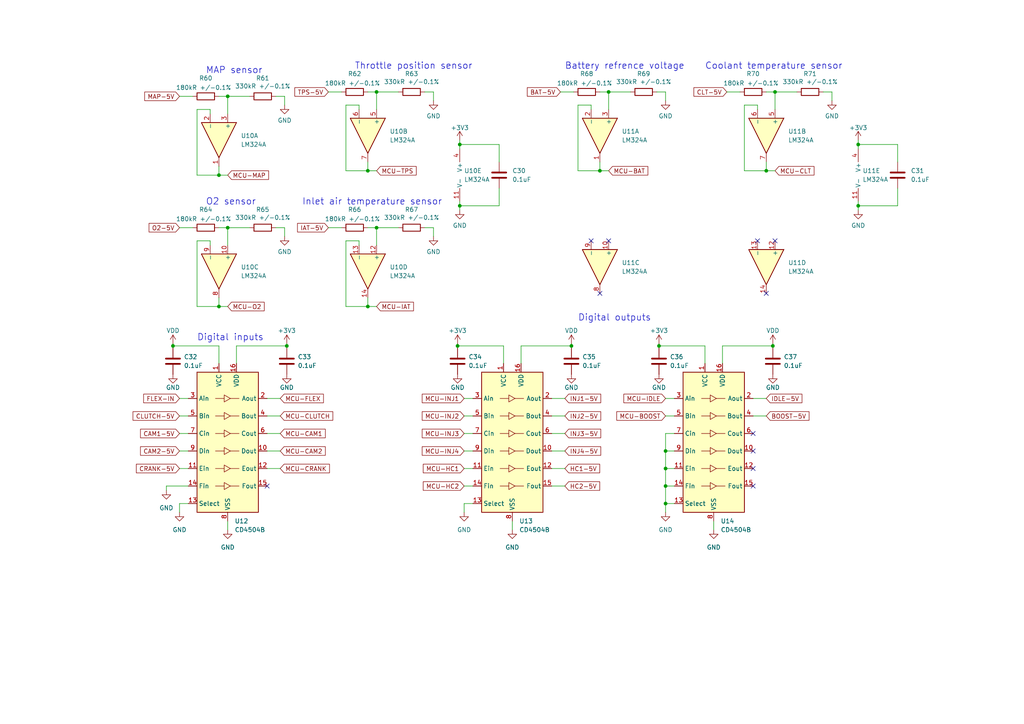
<source format=kicad_sch>
(kicad_sch (version 20211123) (generator eeschema)
  (paper "A4")
  (title_block (title "Speeduino board for Teensy 4.1") (date "2022-12-31") (rev "5") (company "Fontys Eindhoven EXPO group 13 || Speeduino") (comment 1 "Adapted from Speeduino V0.4.4c board"))
  (lib_symbols
    (symbol "4xxx:4504"
      (property "Reference" "U" (at -7.62 21.59 0))
      (property "Value" "4504" (at 6.35 21.59 0))
      (symbol "4504_0_1"
        (polyline (pts (xy -3.556 -12.7) (xy -1.016 -12.7)))
        (polyline (pts (xy -3.556 -7.62) (xy -1.016 -7.62)))
        (polyline (pts (xy -3.556 -2.54) (xy -1.016 -2.54)))
        (polyline (pts (xy -3.556 2.54) (xy -1.016 2.54)))
        (polyline (pts (xy -3.556 7.62) (xy -1.016 7.62)))
        (polyline (pts (xy -3.556 12.7) (xy -1.016 12.7)))
        (polyline (pts (xy 0.762 -12.7) (xy 3.302 -12.7)))
        (polyline (pts (xy 0.762 -7.62) (xy 3.302 -7.62)))
        (polyline (pts (xy 0.762 -2.54) (xy 3.302 -2.54)))
        (polyline (pts (xy 0.762 2.54) (xy 3.302 2.54)))
        (polyline (pts (xy 0.762 7.62) (xy 3.302 7.62)))
        (polyline (pts (xy 0.762 12.7) (xy 3.302 12.7)))
      )
      (symbol "4504_1_1"
        (rectangle (start -8.89 20.32) (end 8.89 -20.32) (stroke (width 0.254)) (fill (type background)))
        (polyline (pts (xy 0.762 -12.7) (xy -1.016 -13.716) (xy -1.016 -11.684) (xy 0.762 -12.7)))
        (polyline (pts (xy 0.762 -7.62) (xy -1.016 -8.636) (xy -1.016 -6.604) (xy 0.762 -7.62)))
        (polyline (pts (xy 0.762 -2.54) (xy -1.016 -3.556) (xy -1.016 -1.524) (xy 0.762 -2.54)))
        (polyline (pts (xy 0.762 2.54) (xy -1.016 1.524) (xy -1.016 3.556) (xy 0.762 2.54)))
        (polyline (pts (xy 0.762 7.62) (xy -1.016 6.604) (xy -1.016 8.636) (xy 0.762 7.62)))
        (polyline (pts (xy 0.762 12.7) (xy -1.016 11.684) (xy -1.016 13.716) (xy 0.762 12.7)))
        (pin power_in line (at -2.54 22.86 270) (length 2.54) (name "VCC") (number "1"))
        (pin output line (at 11.43 -2.54 180) (length 2.54) (name "Dout") (number "10"))
        (pin input line (at -11.43 -7.62 0) (length 2.54) (name "Ein") (number "11"))
        (pin output line (at 11.43 -7.62 180) (length 2.54) (name "Eout") (number "12"))
        (pin input line (at -11.43 -17.78 0) (length 2.54) (name "Select") (number "13"))
        (pin input line (at -11.43 -12.7 0) (length 2.54) (name "Fin") (number "14"))
        (pin output line (at 11.43 -12.7 180) (length 2.54) (name "Fout") (number "15"))
        (pin power_in line (at 2.54 22.86 270) (length 2.54) (name "VDD") (number "16"))
        (pin output line (at 11.43 12.7 180) (length 2.54) (name "Aout") (number "2"))
        (pin input line (at -11.43 12.7 0) (length 2.54) (name "Ain") (number "3"))
        (pin output line (at 11.43 7.62 180) (length 2.54) (name "Bout") (number "4"))
        (pin input line (at -11.43 7.62 0) (length 2.54) (name "Bin") (number "5"))
        (pin output line (at 11.43 2.54 180) (length 2.54) (name "Cout") (number "6"))
        (pin input line (at -11.43 2.54 0) (length 2.54) (name "Cin") (number "7"))
        (pin power_in line (at 0 -22.86 90) (length 2.54) (name "VSS") (number "8"))
        (pin input line (at -11.43 -2.54 0) (length 2.54) (name "Din") (number "9"))
      )
    )
    (symbol "Amplifier_Operational:LMV324" (pin_names (offset 0.127))
      (property "Reference" "U" (at 0 5.08 0))
      (property "Value" "LMV324" (at 0 -5.08 0))
      (symbol "LMV324_1_1"
        (polyline (pts (xy -5.08 5.08) (xy 5.08 0) (xy -5.08 -5.08) (xy -5.08 5.08)) (stroke (width 0.254)) (fill (type background)))
        (pin output line (at 7.62 0 180) (length 2.54) (name "~") (number "1"))
        (pin input line (at -7.62 -2.54 0) (length 2.54) (name "-") (number "2"))
        (pin input line (at -7.62 2.54 0) (length 2.54) (name "+") (number "3"))
      )
      (symbol "LMV324_2_1"
        (polyline (pts (xy -5.08 5.08) (xy 5.08 0) (xy -5.08 -5.08) (xy -5.08 5.08)) (stroke (width 0.254)) (fill (type background)))
        (pin input line (at -7.62 2.54 0) (length 2.54) (name "+") (number "5"))
        (pin input line (at -7.62 -2.54 0) (length 2.54) (name "-") (number "6"))
        (pin output line (at 7.62 0 180) (length 2.54) (name "~") (number "7"))
      )
      (symbol "LMV324_3_1"
        (polyline (pts (xy -5.08 5.08) (xy 5.08 0) (xy -5.08 -5.08) (xy -5.08 5.08)) (stroke (width 0.254)) (fill (type background)))
        (pin input line (at -7.62 2.54 0) (length 2.54) (name "+") (number "10"))
        (pin output line (at 7.62 0 180) (length 2.54) (name "~") (number "8"))
        (pin input line (at -7.62 -2.54 0) (length 2.54) (name "-") (number "9"))
      )
      (symbol "LMV324_4_1"
        (polyline (pts (xy -5.08 5.08) (xy 5.08 0) (xy -5.08 -5.08) (xy -5.08 5.08)) (stroke (width 0.254)) (fill (type background)))
        (pin input line (at -7.62 2.54 0) (length 2.54) (name "+") (number "12"))
        (pin input line (at -7.62 -2.54 0) (length 2.54) (name "-") (number "13"))
        (pin output line (at 7.62 0 180) (length 2.54) (name "~") (number "14"))
      )
      (symbol "LMV324_5_1"
        (pin power_in line (at -2.54 -7.62 90) (length 3.81) (name "V-") (number "11"))
        (pin power_in line (at -2.54 7.62 270) (length 3.81) (name "V+") (number "4"))
      )
    )
    (symbol "Device:C" (pin_numbers hide) (pin_names (offset 0.254))
      (property "Reference" "C" (at 0.635 2.54 0))
      (property "Value" "C" (at 0.635 -2.54 0))
      (symbol "C_0_1"
        (polyline (pts (xy -2.032 -0.762) (xy 2.032 -0.762)) (stroke (width 0.508)))
        (polyline (pts (xy -2.032 0.762) (xy 2.032 0.762)) (stroke (width 0.508)))
      )
      (symbol "C_1_1"
        (pin passive line (at 0 3.81 270) (length 2.794) (name "~") (number "1"))
        (pin passive line (at 0 -3.81 90) (length 2.794) (name "~") (number "2"))
      )
    )
    (symbol "Device:R" (pin_numbers hide) (pin_names (offset 0))
      (property "Reference" "R" (at 2.032 0 90))
      (property "Value" "R" (at 0 0 90))
      (symbol "R_0_1"
        (rectangle (start -1.016 -2.54) (end 1.016 2.54) (stroke (width 0.254)))
      )
      (symbol "R_1_1"
        (pin passive line (at 0 3.81 270) (length 1.27) (name "~") (number "1"))
        (pin passive line (at 0 -3.81 90) (length 1.27) (name "~") (number "2"))
      )
    )
    (symbol "power:+3V3" (power) (pin_names (offset 0))
      (property "Value" "+3V3" (at 0 3.556 0))
      (symbol "+3V3_0_1"
        (polyline (pts (xy -0.762 1.27) (xy 0 2.54)))
        (polyline (pts (xy 0 0) (xy 0 2.54)))
        (polyline (pts (xy 0 2.54) (xy 0.762 1.27)))
      )
      (symbol "+3V3_1_1"
        (pin power_in line (at 0 0 90) (length 0) hide (name "+3V3") (number "1"))
      )
    )
    (symbol "power:GND" (power) (pin_names (offset 0))
      (property "Value" "GND" (at 0 -3.81 0))
      (symbol "GND_0_1"
        (polyline (pts (xy 0 0) (xy 0 -1.27) (xy 1.27 -1.27) (xy 0 -2.54) (xy -1.27 -1.27) (xy 0 -1.27)))
      )
      (symbol "GND_1_1"
        (pin power_in line (at 0 0 270) (length 0) hide (name "GND") (number "1"))
      )
    )
    (symbol "power:VDD" (power) (pin_names (offset 0))
      (property "Value" "VDD" (at 0 3.81 0))
      (symbol "VDD_0_1"
        (polyline (pts (xy -0.762 1.27) (xy 0 2.54)))
        (polyline (pts (xy 0 0) (xy 0 2.54)))
        (polyline (pts (xy 0 2.54) (xy 0.762 1.27)))
      )
      (symbol "VDD_1_1"
        (pin power_in line (at 0 0 90) (length 0) hide (name "VDD") (number "1"))
      )
    )
  )
  (junction (at 63.5 88.9))
  (junction (at 224.155 100.33))
  (junction (at 224.79 26.67))
  (junction (at 173.99 49.53))
  (junction (at 248.92 41.91))
  (junction (at 191.135 100.33))
  (junction (at 248.92 59.69))
  (junction (at 133.35 41.91))
  (junction (at 133.35 59.69))
  (junction (at 222.25 49.53))
  (junction (at 176.53 26.67))
  (junction (at 50.165 100.33))
  (junction (at 66.04 27.94))
  (junction (at 66.04 66.04))
  (junction (at 193.04 146.05))
  (junction (at 193.04 130.81))
  (junction (at 193.04 135.89))
  (junction (at 109.22 66.04))
  (junction (at 83.185 100.33))
  (junction (at 63.5 50.8))
  (junction (at 109.22 26.67))
  (junction (at 106.68 88.9))
  (junction (at 106.68 49.53))
  (junction (at 165.735 100.33))
  (junction (at 193.04 140.97))
  (junction (at 132.715 100.33))
  (no_connect (at 173.99 85.09))
  (no_connect (at 77.47 140.97))
  (no_connect (at 218.44 135.89))
  (no_connect (at 171.45 69.85))
  (no_connect (at 218.44 140.97))
  (no_connect (at 224.79 69.85))
  (no_connect (at 219.71 69.85))
  (no_connect (at 176.53 69.85))
  (no_connect (at 222.25 85.09))
  (no_connect (at 218.44 130.81))
  (no_connect (at 218.44 125.73))
  (wire (pts (xy 134.62 135.89) (xy 137.16 135.89)))
  (wire (pts (xy 222.25 26.67) (xy 224.79 26.67)))
  (wire (pts (xy 132.715 99.695) (xy 132.715 100.33)))
  (wire (pts (xy 63.5 100.33) (xy 63.5 105.41)))
  (wire (pts (xy 63.5 48.26) (xy 63.5 50.8)))
  (wire (pts (xy 248.92 41.91) (xy 248.92 40.64)))
  (wire (pts (xy 190.5 26.67) (xy 193.04 26.67)))
  (wire (pts (xy 162.56 26.67) (xy 166.37 26.67)))
  (wire (pts (xy 82.55 30.48) (xy 82.55 27.94)))
  (wire (pts (xy 193.04 125.73) (xy 193.04 130.81)))
  (wire (pts (xy 210.82 26.67) (xy 214.63 26.67)))
  (wire (pts (xy 77.47 135.89) (xy 81.28 135.89)))
  (wire (pts (xy 260.35 59.69) (xy 260.35 54.61)))
  (wire (pts (xy 95.25 66.04) (xy 99.06 66.04)))
  (wire (pts (xy 173.99 49.53) (xy 176.53 49.53)))
  (wire (pts (xy 82.55 68.58) (xy 82.55 66.04)))
  (wire (pts (xy 66.04 151.13) (xy 66.04 153.67)))
  (wire (pts (xy 57.15 50.8) (xy 63.5 50.8)))
  (wire (pts (xy 248.92 41.91) (xy 248.92 43.18)))
  (wire (pts (xy 193.04 120.65) (xy 195.58 120.65)))
  (wire (pts (xy 109.22 66.04) (xy 115.57 66.04)))
  (wire (pts (xy 218.44 120.65) (xy 222.25 120.65)))
  (wire (pts (xy 60.96 71.12) (xy 60.96 69.85)))
  (wire (pts (xy 66.04 66.04) (xy 66.04 71.12)))
  (wire (pts (xy 80.01 27.94) (xy 82.55 27.94)))
  (wire (pts (xy 60.96 31.75) (xy 57.15 31.75)))
  (wire (pts (xy 134.62 130.81) (xy 137.16 130.81)))
  (wire (pts (xy 134.62 146.05) (xy 134.62 148.59)))
  (wire (pts (xy 151.13 100.33) (xy 165.735 100.33)))
  (wire (pts (xy 238.76 26.67) (xy 241.3 26.67)))
  (wire (pts (xy 134.62 115.57) (xy 137.16 115.57)))
  (wire (pts (xy 209.55 100.33) (xy 209.55 105.41)))
  (wire (pts (xy 66.04 66.04) (xy 72.39 66.04)))
  (wire (pts (xy 193.04 29.21) (xy 193.04 26.67)))
  (wire (pts (xy 63.5 100.33) (xy 50.165 100.33)))
  (wire (pts (xy 63.5 50.8) (xy 66.04 50.8)))
  (wire (pts (xy 248.92 59.69) (xy 248.92 60.96)))
  (wire (pts (xy 193.04 146.05) (xy 193.04 148.59)))
  (wire (pts (xy 133.35 41.91) (xy 144.78 41.91)))
  (wire (pts (xy 123.19 66.04) (xy 125.73 66.04)))
  (wire (pts (xy 241.3 29.21) (xy 241.3 26.67)))
  (wire (pts (xy 146.05 100.33) (xy 132.715 100.33)))
  (wire (pts (xy 204.47 105.41) (xy 204.47 100.33)))
  (wire (pts (xy 191.135 100.33) (xy 191.135 100.965)))
  (wire (pts (xy 106.68 86.36) (xy 106.68 88.9)))
  (wire (pts (xy 176.53 26.67) (xy 182.88 26.67)))
  (wire (pts (xy 77.47 120.65) (xy 81.28 120.65)))
  (wire (pts (xy 195.58 140.97) (xy 193.04 140.97)))
  (wire (pts (xy 125.73 29.21) (xy 125.73 26.67)))
  (wire (pts (xy 109.22 26.67) (xy 115.57 26.67)))
  (wire (pts (xy 52.07 66.04) (xy 55.88 66.04)))
  (wire (pts (xy 106.68 26.67) (xy 109.22 26.67)))
  (wire (pts (xy 133.35 41.91) (xy 133.35 43.18)))
  (wire (pts (xy 50.165 99.695) (xy 50.165 100.33)))
  (wire (pts (xy 133.35 59.69) (xy 144.78 59.69)))
  (wire (pts (xy 83.185 100.33) (xy 83.185 100.965)))
  (wire (pts (xy 134.62 125.73) (xy 137.16 125.73)))
  (wire (pts (xy 160.02 125.73) (xy 163.83 125.73)))
  (wire (pts (xy 123.19 26.67) (xy 125.73 26.67)))
  (wire (pts (xy 193.04 130.81) (xy 193.04 135.89)))
  (wire (pts (xy 151.13 100.33) (xy 151.13 105.41)))
  (wire (pts (xy 224.155 99.695) (xy 224.155 100.33)))
  (wire (pts (xy 106.68 46.99) (xy 106.68 49.53)))
  (wire (pts (xy 106.68 49.53) (xy 109.22 49.53)))
  (wire (pts (xy 193.04 140.97) (xy 193.04 146.05)))
  (wire (pts (xy 260.35 46.99) (xy 260.35 41.91)))
  (wire (pts (xy 224.79 26.67) (xy 224.79 31.75)))
  (wire (pts (xy 191.135 99.695) (xy 191.135 100.33)))
  (wire (pts (xy 125.73 68.58) (xy 125.73 66.04)))
  (wire (pts (xy 219.71 30.48) (xy 215.9 30.48)))
  (wire (pts (xy 68.58 100.33) (xy 83.185 100.33)))
  (wire (pts (xy 167.64 49.53) (xy 173.99 49.53)))
  (wire (pts (xy 160.02 140.97) (xy 163.83 140.97)))
  (wire (pts (xy 148.59 151.13) (xy 148.59 153.67)))
  (wire (pts (xy 106.68 88.9) (xy 109.22 88.9)))
  (wire (pts (xy 132.715 100.33) (xy 132.715 100.965)))
  (wire (pts (xy 60.96 69.85) (xy 57.15 69.85)))
  (wire (pts (xy 195.58 125.73) (xy 193.04 125.73)))
  (wire (pts (xy 193.04 130.81) (xy 195.58 130.81)))
  (wire (pts (xy 209.55 100.33) (xy 224.155 100.33)))
  (wire (pts (xy 109.22 26.67) (xy 109.22 31.75)))
  (wire (pts (xy 165.735 99.695) (xy 165.735 100.33)))
  (wire (pts (xy 133.35 41.91) (xy 133.35 40.64)))
  (wire (pts (xy 176.53 26.67) (xy 176.53 31.75)))
  (wire (pts (xy 60.96 33.02) (xy 60.96 31.75)))
  (wire (pts (xy 100.33 69.85) (xy 100.33 88.9)))
  (wire (pts (xy 109.22 66.04) (xy 109.22 71.12)))
  (wire (pts (xy 104.14 69.85) (xy 100.33 69.85)))
  (wire (pts (xy 95.25 26.67) (xy 99.06 26.67)))
  (wire (pts (xy 222.25 46.99) (xy 222.25 49.53)))
  (wire (pts (xy 52.07 135.89) (xy 54.61 135.89)))
  (wire (pts (xy 100.33 49.53) (xy 106.68 49.53)))
  (wire (pts (xy 167.64 30.48) (xy 167.64 49.53)))
  (wire (pts (xy 171.45 30.48) (xy 167.64 30.48)))
  (wire (pts (xy 54.61 146.05) (xy 52.07 146.05)))
  (wire (pts (xy 52.07 27.94) (xy 55.88 27.94)))
  (wire (pts (xy 134.62 140.97) (xy 137.16 140.97)))
  (wire (pts (xy 100.33 30.48) (xy 100.33 49.53)))
  (wire (pts (xy 215.9 49.53) (xy 222.25 49.53)))
  (wire (pts (xy 160.02 130.81) (xy 163.83 130.81)))
  (wire (pts (xy 133.35 59.69) (xy 133.35 60.96)))
  (wire (pts (xy 224.79 26.67) (xy 231.14 26.67)))
  (wire (pts (xy 63.5 27.94) (xy 66.04 27.94)))
  (wire (pts (xy 160.02 135.89) (xy 163.83 135.89)))
  (wire (pts (xy 133.35 58.42) (xy 133.35 59.69)))
  (wire (pts (xy 215.9 30.48) (xy 215.9 49.53)))
  (wire (pts (xy 52.07 115.57) (xy 54.61 115.57)))
  (wire (pts (xy 173.99 26.67) (xy 176.53 26.67)))
  (wire (pts (xy 171.45 31.75) (xy 171.45 30.48)))
  (wire (pts (xy 54.61 140.97) (xy 48.26 140.97)))
  (wire (pts (xy 77.47 115.57) (xy 81.28 115.57)))
  (wire (pts (xy 80.01 66.04) (xy 82.55 66.04)))
  (wire (pts (xy 104.14 31.75) (xy 104.14 30.48)))
  (wire (pts (xy 137.16 146.05) (xy 134.62 146.05)))
  (wire (pts (xy 222.25 49.53) (xy 224.79 49.53)))
  (wire (pts (xy 160.02 120.65) (xy 163.83 120.65)))
  (wire (pts (xy 83.185 99.695) (xy 83.185 100.33)))
  (wire (pts (xy 207.01 151.13) (xy 207.01 153.67)))
  (wire (pts (xy 195.58 146.05) (xy 193.04 146.05)))
  (wire (pts (xy 191.135 100.33) (xy 204.47 100.33)))
  (wire (pts (xy 248.92 59.69) (xy 260.35 59.69)))
  (wire (pts (xy 173.99 46.99) (xy 173.99 49.53)))
  (wire (pts (xy 160.02 115.57) (xy 163.83 115.57)))
  (wire (pts (xy 134.62 120.65) (xy 137.16 120.65)))
  (wire (pts (xy 104.14 71.12) (xy 104.14 69.85)))
  (wire (pts (xy 52.07 146.05) (xy 52.07 148.59)))
  (wire (pts (xy 57.15 69.85) (xy 57.15 88.9)))
  (wire (pts (xy 52.07 125.73) (xy 54.61 125.73)))
  (wire (pts (xy 146.05 100.33) (xy 146.05 105.41)))
  (wire (pts (xy 193.04 115.57) (xy 195.58 115.57)))
  (wire (pts (xy 219.71 31.75) (xy 219.71 30.48)))
  (wire (pts (xy 66.04 27.94) (xy 72.39 27.94)))
  (wire (pts (xy 57.15 31.75) (xy 57.15 50.8)))
  (wire (pts (xy 106.68 66.04) (xy 109.22 66.04)))
  (wire (pts (xy 48.26 140.97) (xy 48.26 142.24)))
  (wire (pts (xy 52.07 130.81) (xy 54.61 130.81)))
  (wire (pts (xy 63.5 86.36) (xy 63.5 88.9)))
  (wire (pts (xy 77.47 130.81) (xy 81.28 130.81)))
  (wire (pts (xy 68.58 105.41) (xy 68.58 100.33)))
  (wire (pts (xy 100.33 88.9) (xy 106.68 88.9)))
  (wire (pts (xy 63.5 66.04) (xy 66.04 66.04)))
  (wire (pts (xy 248.92 41.91) (xy 260.35 41.91)))
  (wire (pts (xy 193.04 135.89) (xy 193.04 140.97)))
  (wire (pts (xy 193.04 135.89) (xy 195.58 135.89)))
  (wire (pts (xy 165.735 100.33) (xy 165.735 100.965)))
  (wire (pts (xy 144.78 46.99) (xy 144.78 41.91)))
  (wire (pts (xy 66.04 27.94) (xy 66.04 33.02)))
  (wire (pts (xy 224.155 100.33) (xy 224.155 100.965)))
  (wire (pts (xy 248.92 58.42) (xy 248.92 59.69)))
  (wire (pts (xy 144.78 59.69) (xy 144.78 54.61)))
  (wire (pts (xy 77.47 125.73) (xy 81.28 125.73)))
  (wire (pts (xy 218.44 115.57) (xy 222.25 115.57)))
  (wire (pts (xy 104.14 30.48) (xy 100.33 30.48)))
  (wire (pts (xy 50.165 100.33) (xy 50.165 100.965)))
  (wire (pts (xy 52.07 120.65) (xy 54.61 120.65)))
  (wire (pts (xy 57.15 88.9) (xy 63.5 88.9)))
  (wire (pts (xy 63.5 88.9) (xy 66.04 88.9)))
  (text "Digital outputs" (at 167.64 93.345 0) (effects (font (size 1.8796 1.8796)) (justify left bottom)))
  (text "Digital inputs" (at 57.15 99.06 0) (effects (font (size 1.8796 1.8796)) (justify left bottom)))
  (text "Inlet air temperature sensor" (at 87.63 59.69 0) (effects (font (size 1.8796 1.8796)) (justify left bottom)))
  (text "MAP sensor" (at 59.69 21.59 0) (effects (font (size 1.8796 1.8796)) (justify left bottom)))
  (text "Battery refrence voltage" (at 163.83 20.32 0) (effects (font (size 1.8796 1.8796)) (justify left bottom)))
  (text "Coolant temperature sensor" (at 204.47 20.32 0) (effects (font (size 1.8796 1.8796)) (justify left bottom)))
  (text "Throttle position sensor" (at 102.87 20.32 0) (effects (font (size 1.8796 1.8796)) (justify left bottom)))
  (text "O2 sensor" (at 59.69 59.69 0) (effects (font (size 1.8796 1.8796)) (justify left bottom)))
  (global_label "IDLE-5V" (shape input) (at 222.25 115.57 0) (property "Intersheet References" "${INTERSHEET_REFS}" (effects hide)))
  (global_label "MCU-INJ3" (shape input) (at 134.62 125.73 180) (property "Intersheet References" "${INTERSHEET_REFS}" (effects hide)))
  (global_label "MCU-CRANK" (shape input) (at 81.28 135.89 0) (property "Intersheet References" "${INTERSHEET_REFS}" (effects hide)))
  (global_label "INJ2-5V" (shape input) (at 163.83 120.65 0) (property "Intersheet References" "${INTERSHEET_REFS}" (effects hide)))
  (global_label "IAT-5V" (shape input) (at 95.25 66.04 180) (property "Intersheet References" "${INTERSHEET_REFS}" (effects hide)))
  (global_label "MCU-FLEX" (shape input) (at 81.28 115.57 0) (property "Intersheet References" "${INTERSHEET_REFS}" (effects hide)))
  (global_label "BAT-5V" (shape input) (at 162.56 26.67 180) (property "Intersheet References" "${INTERSHEET_REFS}" (effects hide)))
  (global_label "HC2-5V" (shape input) (at 163.83 140.97 0) (property "Intersheet References" "${INTERSHEET_REFS}" (effects hide)))
  (global_label "CLUTCH-5V" (shape input) (at 52.07 120.65 180) (property "Intersheet References" "${INTERSHEET_REFS}" (effects hide)))
  (global_label "MCU-IDLE" (shape input) (at 193.04 115.57 180) (property "Intersheet References" "${INTERSHEET_REFS}" (effects hide)))
  (global_label "HC1-5V" (shape input) (at 163.83 135.89 0) (property "Intersheet References" "${INTERSHEET_REFS}" (effects hide)))
  (global_label "MCU-BAT" (shape input) (at 176.53 49.53 0) (property "Intersheet References" "${INTERSHEET_REFS}" (effects hide)))
  (global_label "CAM2-5V" (shape input) (at 52.07 130.81 180) (property "Intersheet References" "${INTERSHEET_REFS}" (effects hide)))
  (global_label "INJ4-5V" (shape input) (at 163.83 130.81 0) (property "Intersheet References" "${INTERSHEET_REFS}" (effects hide)))
  (global_label "MCU-MAP" (shape input) (at 66.04 50.8 0) (property "Intersheet References" "${INTERSHEET_REFS}" (effects hide)))
  (global_label "MCU-CLT" (shape input) (at 224.79 49.53 0) (property "Intersheet References" "${INTERSHEET_REFS}" (effects hide)))
  (global_label "MCU-INJ4" (shape input) (at 134.62 130.81 180) (property "Intersheet References" "${INTERSHEET_REFS}" (effects hide)))
  (global_label "MCU-INJ2" (shape input) (at 134.62 120.65 180) (property "Intersheet References" "${INTERSHEET_REFS}" (effects hide)))
  (global_label "MCU-CLUTCH" (shape input) (at 81.28 120.65 0) (property "Intersheet References" "${INTERSHEET_REFS}" (effects hide)))
  (global_label "MCU-O2" (shape input) (at 66.04 88.9 0) (property "Intersheet References" "${INTERSHEET_REFS}" (effects hide)))
  (global_label "MCU-IAT" (shape input) (at 109.22 88.9 0) (property "Intersheet References" "${INTERSHEET_REFS}" (effects hide)))
  (global_label "FLEX-IN" (shape input) (at 52.07 115.57 180) (property "Intersheet References" "${INTERSHEET_REFS}" (effects hide)))
  (global_label "CRANK-5V" (shape input) (at 52.07 135.89 180) (property "Intersheet References" "${INTERSHEET_REFS}" (effects hide)))
  (global_label "INJ1-5V" (shape input) (at 163.83 115.57 0) (property "Intersheet References" "${INTERSHEET_REFS}" (effects hide)))
  (global_label "TPS-5V" (shape input) (at 95.25 26.67 180) (property "Intersheet References" "${INTERSHEET_REFS}" (effects hide)))
  (global_label "O2-5V" (shape input) (at 52.07 66.04 180) (property "Intersheet References" "${INTERSHEET_REFS}" (effects hide)))
  (global_label "MCU-INJ1" (shape input) (at 134.62 115.57 180) (property "Intersheet References" "${INTERSHEET_REFS}" (effects hide)))
  (global_label "MCU-HC1" (shape input) (at 134.62 135.89 180) (property "Intersheet References" "${INTERSHEET_REFS}" (effects hide)))
  (global_label "MCU-CAM1" (shape input) (at 81.28 125.73 0) (property "Intersheet References" "${INTERSHEET_REFS}" (effects hide)))
  (global_label "CAM1-5V" (shape input) (at 52.07 125.73 180) (property "Intersheet References" "${INTERSHEET_REFS}" (effects hide)))
  (global_label "CLT-5V" (shape input) (at 210.82 26.67 180) (property "Intersheet References" "${INTERSHEET_REFS}" (effects hide)))
  (global_label "MCU-CAM2" (shape input) (at 81.28 130.81 0) (property "Intersheet References" "${INTERSHEET_REFS}" (effects hide)))
  (global_label "MCU-HC2" (shape input) (at 134.62 140.97 180) (property "Intersheet References" "${INTERSHEET_REFS}" (effects hide)))
  (global_label "BOOST-5V" (shape input) (at 222.25 120.65 0) (property "Intersheet References" "${INTERSHEET_REFS}" (effects hide)))
  (global_label "MCU-BOOST" (shape input) (at 193.04 120.65 180) (property "Intersheet References" "${INTERSHEET_REFS}" (effects hide)))
  (global_label "MCU-TPS" (shape input) (at 109.22 49.53 0) (property "Intersheet References" "${INTERSHEET_REFS}" (effects hide)))
  (global_label "MAP-5V" (shape input) (at 52.07 27.94 180) (property "Intersheet References" "${INTERSHEET_REFS}" (effects hide)))
  (global_label "INJ3-5V" (shape input) (at 163.83 125.73 0) (property "Intersheet References" "${INTERSHEET_REFS}" (effects hide)))
  (symbol (lib_id "Amplifier_Operational:LMV324") (at 63.5 78.74 270) (unit 3)
    (property "Reference" "U10" (at 69.85 77.4699 90) (effects (justify left)))
    (property "Value" "LM324A" (at 69.85 80.0099 90) (effects (justify left)))
    (property "Footprint" "Package_SO:SOIC-14_3.9x8.7mm_P1.27mm" (effects hide))
    (property "Datasheet" "http://www.ti.com/lit/ds/symlink/lmv324.pdf" (effects hide))
    (property "Digikey Part Number" "3117046" (effects hide))
    (property "Manufacturer_Name" "Texas Instruments" (effects hide))
    (property "Manufacturer_Part_Number" "LM324ADR" (effects hide))
    (property "URL" "https://nl.farnell.com/texas-instruments/lm324adr/op-amp-quad-low-power-smd-soic14/dp/3117046?st=lm324" (effects hide))
  )
  (symbol (lib_id "4xxx:4504") (at 66.04 128.27 0) (unit 1)
    (property "Reference" "U12" (at 68.0594 151.13 0) (effects (justify left)))
    (property "Value" "CD4504B" (at 68.0594 153.67 0) (effects (justify left)))
    (property "Footprint" "Package_SO:TSSOP-16_4.4x5mm_P0.65mm" (effects hide))
    (property "Datasheet" "http://www.ti.com/lit/ds/symlink/cd4504b.pdf" (effects hide))
    (property "Digikey Part Number" "3006769" (effects hide))
    (property "Manufacturer_Name" "Texas Instruments" (effects hide))
    (property "Manufacturer_Part_Number" "CD4504BPW" (effects hide))
    (property "URL" "https://nl.farnell.com/texas-instruments/cd4504bpw/logic-hex-volt-lvl-shifter-16tssop/dp/3006769?st=cd4504" (effects hide))
  )
  (symbol (lib_id "Device:R") (at 59.69 27.94 270) (unit 1)
    (property "Reference" "R60" (at 59.69 22.6822 90))
    (property "Value" "180kR +/-0.1%" (at 59.055 25.4 90))
    (property "Footprint" "Resistor_SMD:R_0805_2012Metric" (effects hide))
    (property "Manufacturer_Name" "Multicomp" (effects hide))
    (property "Manufacturer_Part_Number" "MCWF08R1803BTL" (effects hide))
    (property "URL" "https://nl.farnell.com/multicomp-pro/mcwf08r1803btl/res-180k-0-1-0-125w-0805-thin/dp/2337663" (effects hide))
    (property "Digikey Part Number" "2337663" (effects hide))
  )
  (symbol (lib_id "power:GND") (at 50.165 108.585 0) (unit 1)
    (property "Reference" "#PWR0228" (effects hide))
    (property "Value" "GND" (at 50.165 112.395 0))
  )
  (symbol (lib_id "power:GND") (at 52.07 148.59 0) (unit 1)
    (property "Reference" "#PWR0230" (effects hide))
    (property "Value" "GND" (at 52.07 153.67 0))
  )
  (symbol (lib_id "Device:C") (at 260.35 50.8 0) (unit 1)
    (property "Reference" "C31" (at 264.16 49.5299 0) (effects (justify left)))
    (property "Value" "0.1uF" (at 264.16 52.0699 0) (effects (justify left)))
    (property "Footprint" "Capacitor_SMD:C_0805_2012Metric" (effects hide))
    (property "Digikey Part Number" "3296136" (effects hide))
    (property "Manufacturer_Name" "Vishay" (effects hide))
    (property "Manufacturer_Part_Number" "VJ0805Y104KXAPW1BC" (effects hide))
    (property "URL" "https://nl.farnell.com/vishay/vj0805y104kxapw1bc/cap-0-1uf-50v-mlcc-0805/dp/3296136" (effects hide))
  )
  (symbol (lib_id "Device:R") (at 119.38 26.67 270) (unit 1)
    (property "Reference" "R63" (at 119.38 21.4122 90))
    (property "Value" "330kR +/-0.1%" (at 119.38 23.7236 90))
    (property "Footprint" "Resistor_SMD:R_0805_2012Metric" (effects hide))
    (property "Manufacturer_Name" "Multicomp" (effects hide))
    (property "Manufacturer_Part_Number" "MCWF08R3303BTL" (effects hide))
    (property "URL" "https://nl.farnell.com/multicomp-pro/mcwf08r3303btl/res-330k-0-1-0-125w-0805-thin/dp/2337789" (effects hide))
    (property "Digikey Part Number" "2337789" (effects hide))
  )
  (symbol (lib_id "power:VDD") (at 224.155 99.695 0) (unit 1)
    (property "Reference" "#PWR0211" (effects hide))
    (property "Value" "VDD" (at 224.155 95.885 0))
  )
  (symbol (lib_id "power:GND") (at 134.62 148.59 0) (unit 1)
    (property "Reference" "#PWR0231" (effects hide))
    (property "Value" "GND" (at 134.62 153.67 0))
  )
  (symbol (lib_id "power:GND") (at 248.92 60.96 0) (unit 1)
    (property "Reference" "#PWR0206" (effects hide))
    (property "Value" "GND" (at 248.92 65.4034 0))
  )
  (symbol (lib_id "Amplifier_Operational:LMV324") (at 222.25 77.47 270) (unit 4)
    (property "Reference" "U11" (at 228.6 76.1999 90) (effects (justify left)))
    (property "Value" "LM324A" (at 228.6 78.7399 90) (effects (justify left)))
    (property "Footprint" "Package_SO:SOIC-14_3.9x8.7mm_P1.27mm" (effects hide))
    (property "Datasheet" "http://www.ti.com/lit/ds/symlink/lmv324.pdf" (effects hide))
    (property "Digikey Part Number" "3117046" (effects hide))
    (property "Manufacturer_Name" "Texas Instruments" (effects hide))
    (property "Manufacturer_Part_Number" "LM324ADR" (effects hide))
    (property "URL" "https://nl.farnell.com/texas-instruments/lm324adr/op-amp-quad-low-power-smd-soic14/dp/3117046?st=lm324" (effects hide))
  )
  (symbol (lib_id "power:GND") (at 193.04 148.59 0) (unit 1)
    (property "Reference" "#PWR0210" (effects hide))
    (property "Value" "GND" (at 193.04 153.67 0))
  )
  (symbol (lib_id "Device:C") (at 83.185 104.775 0) (unit 1)
    (property "Reference" "C33" (at 86.36 103.5049 0) (effects (justify left)))
    (property "Value" "0.1uF" (at 86.36 106.0449 0) (effects (justify left)))
    (property "Footprint" "Capacitor_SMD:C_0805_2012Metric" (effects hide))
    (property "Digikey Part Number" "3296136" (effects hide))
    (property "Manufacturer_Name" "Vishay" (effects hide))
    (property "Manufacturer_Part_Number" "VJ0805Y104KXAPW1BC" (effects hide))
    (property "URL" "https://nl.farnell.com/vishay/vj0805y104kxapw1bc/cap-0-1uf-50v-mlcc-0805/dp/3296136" (effects hide))
  )
  (symbol (lib_id "power:GND") (at 207.01 153.67 0) (unit 1)
    (property "Reference" "#PWR0209" (effects hide))
    (property "Value" "GND" (at 207.01 158.75 0))
  )
  (symbol (lib_id "Amplifier_Operational:LMV324") (at 173.99 39.37 270) (unit 1)
    (property "Reference" "U11" (at 180.34 38.0999 90) (effects (justify left)))
    (property "Value" "LM324A" (at 180.34 40.6399 90) (effects (justify left)))
    (property "Footprint" "Package_SO:SOIC-14_3.9x8.7mm_P1.27mm" (effects hide))
    (property "Datasheet" "http://www.ti.com/lit/ds/symlink/lmv324.pdf" (effects hide))
    (property "Digikey Part Number" "3117046" (effects hide))
    (property "Manufacturer_Name" "Texas Instruments" (effects hide))
    (property "Manufacturer_Part_Number" "LM324ADR" (effects hide))
    (property "URL" "https://nl.farnell.com/texas-instruments/lm324adr/op-amp-quad-low-power-smd-soic14/dp/3117046?st=lm324" (effects hide))
  )
  (symbol (lib_id "Device:C") (at 50.165 104.775 0) (unit 1)
    (property "Reference" "C32" (at 53.34 103.5049 0) (effects (justify left)))
    (property "Value" "0.1uF" (at 53.34 106.0449 0) (effects (justify left)))
    (property "Footprint" "Capacitor_SMD:C_0805_2012Metric" (effects hide))
    (property "Digikey Part Number" "3296136" (effects hide))
    (property "Manufacturer_Name" "Vishay" (effects hide))
    (property "Manufacturer_Part_Number" "VJ0805Y104KXAPW1BC" (effects hide))
    (property "URL" "https://nl.farnell.com/vishay/vj0805y104kxapw1bc/cap-0-1uf-50v-mlcc-0805/dp/3296136" (effects hide))
  )
  (symbol (lib_id "power:GND") (at 193.04 29.21 0) (unit 1)
    (property "Reference" "#PWR0217" (effects hide))
    (property "Value" "GND" (at 193.04 33.6534 0))
  )
  (symbol (lib_id "Device:R") (at 170.18 26.67 270) (unit 1)
    (property "Reference" "R68" (at 170.18 21.4122 90))
    (property "Value" "180kR +/-0.1%" (at 169.545 24.13 90))
    (property "Footprint" "Resistor_SMD:R_0805_2012Metric" (effects hide))
    (property "Manufacturer_Name" "Multicomp" (effects hide))
    (property "Manufacturer_Part_Number" "MCWF08R1803BTL" (effects hide))
    (property "URL" "https://nl.farnell.com/multicomp-pro/mcwf08r1803btl/res-180k-0-1-0-125w-0805-thin/dp/2337663" (effects hide))
    (property "Digikey Part Number" "2337663" (effects hide))
  )
  (symbol (lib_id "Device:C") (at 191.135 104.775 0) (unit 1)
    (property "Reference" "C36" (at 194.31 103.5049 0) (effects (justify left)))
    (property "Value" "0.1uF" (at 194.31 106.0449 0) (effects (justify left)))
    (property "Footprint" "Capacitor_SMD:C_0805_2012Metric" (effects hide))
    (property "Digikey Part Number" "3296136" (effects hide))
    (property "Manufacturer_Name" "Vishay" (effects hide))
    (property "Manufacturer_Part_Number" "VJ0805Y104KXAPW1BC" (effects hide))
    (property "URL" "https://nl.farnell.com/vishay/vj0805y104kxapw1bc/cap-0-1uf-50v-mlcc-0805/dp/3296136" (effects hide))
  )
  (symbol (lib_id "Device:R") (at 102.87 26.67 270) (unit 1)
    (property "Reference" "R62" (at 102.87 21.4122 90))
    (property "Value" "180kR +/-0.1%" (at 102.235 24.13 90))
    (property "Footprint" "Resistor_SMD:R_0805_2012Metric" (effects hide))
    (property "Manufacturer_Name" "Multicomp" (effects hide))
    (property "Manufacturer_Part_Number" "MCWF08R1803BTL" (effects hide))
    (property "URL" "https://nl.farnell.com/multicomp-pro/mcwf08r1803btl/res-180k-0-1-0-125w-0805-thin/dp/2337663" (effects hide))
    (property "Digikey Part Number" "2337663" (effects hide))
  )
  (symbol (lib_id "4xxx:4504") (at 207.01 128.27 0) (unit 1)
    (property "Reference" "U14" (at 209.0294 151.13 0) (effects (justify left)))
    (property "Value" "CD4504B" (at 209.0294 153.67 0) (effects (justify left)))
    (property "Footprint" "Package_SO:TSSOP-16_4.4x5mm_P0.65mm" (effects hide))
    (property "Datasheet" "http://www.ti.com/lit/ds/symlink/cd4504b.pdf" (effects hide))
    (property "Digikey Part Number" "3006769" (effects hide))
    (property "Manufacturer_Name" "Texas Instruments" (effects hide))
    (property "Manufacturer_Part_Number" "CD4504BPW" (effects hide))
    (property "URL" "https://nl.farnell.com/texas-instruments/cd4504bpw/logic-hex-volt-lvl-shifter-16tssop/dp/3006769?st=cd4504" (effects hide))
  )
  (symbol (lib_id "power:+3V3") (at 132.715 99.695 0) (unit 1)
    (property "Reference" "#PWR0218" (effects hide))
    (property "Value" "+3V3" (at 132.715 95.885 0))
  )
  (symbol (lib_id "power:+3V3") (at 248.92 40.64 0) (unit 1)
    (property "Reference" "#PWR0207" (effects hide))
    (property "Value" "+3V3" (at 248.92 37.0642 0))
  )
  (symbol (lib_id "Device:C") (at 144.78 50.8 0) (unit 1)
    (property "Reference" "C30" (at 148.59 49.5299 0) (effects (justify left)))
    (property "Value" "0.1uF" (at 148.59 52.0699 0) (effects (justify left)))
    (property "Footprint" "Capacitor_SMD:C_0805_2012Metric" (effects hide))
    (property "Digikey Part Number" "3296136" (effects hide))
    (property "Manufacturer_Name" "Vishay" (effects hide))
    (property "Manufacturer_Part_Number" "VJ0805Y104KXAPW1BC" (effects hide))
    (property "URL" "https://nl.farnell.com/vishay/vj0805y104kxapw1bc/cap-0-1uf-50v-mlcc-0805/dp/3296136" (effects hide))
  )
  (symbol (lib_id "power:VDD") (at 50.165 99.695 0) (unit 1)
    (property "Reference" "#PWR0224" (effects hide))
    (property "Value" "VDD" (at 50.165 95.885 0))
  )
  (symbol (lib_id "power:GND") (at 82.55 68.58 0) (unit 1)
    (property "Reference" "#PWR0222" (effects hide))
    (property "Value" "GND" (at 82.55 73.0234 0))
  )
  (symbol (lib_id "power:VDD") (at 165.735 99.695 0) (unit 1)
    (property "Reference" "#PWR0214" (effects hide))
    (property "Value" "VDD" (at 165.735 95.885 0))
  )
  (symbol (lib_id "power:GND") (at 66.04 153.67 0) (unit 1)
    (property "Reference" "#PWR0229" (effects hide))
    (property "Value" "GND" (at 66.04 158.75 0))
  )
  (symbol (lib_id "Device:R") (at 102.87 66.04 270) (unit 1)
    (property "Reference" "R66" (at 102.87 60.7822 90))
    (property "Value" "180kR +/-0.1%" (at 102.235 63.5 90))
    (property "Footprint" "Resistor_SMD:R_0805_2012Metric" (effects hide))
    (property "Manufacturer_Name" "Multicomp" (effects hide))
    (property "Manufacturer_Part_Number" "MCWF08R1803BTL" (effects hide))
    (property "URL" "https://nl.farnell.com/multicomp-pro/mcwf08r1803btl/res-180k-0-1-0-125w-0805-thin/dp/2337663" (effects hide))
    (property "Digikey Part Number" "2337663" (effects hide))
  )
  (symbol (lib_id "Amplifier_Operational:LMV324") (at 106.68 78.74 270) (unit 4)
    (property "Reference" "U10" (at 113.03 77.4699 90) (effects (justify left)))
    (property "Value" "LM324A" (at 113.03 80.0099 90) (effects (justify left)))
    (property "Footprint" "Package_SO:SOIC-14_3.9x8.7mm_P1.27mm" (effects hide))
    (property "Datasheet" "http://www.ti.com/lit/ds/symlink/lmv324.pdf" (effects hide))
    (property "Digikey Part Number" "3117046" (effects hide))
    (property "Manufacturer_Name" "Texas Instruments" (effects hide))
    (property "Manufacturer_Part_Number" "LM324ADR" (effects hide))
    (property "URL" "https://nl.farnell.com/texas-instruments/lm324adr/op-amp-quad-low-power-smd-soic14/dp/3117046?st=lm324" (effects hide))
  )
  (symbol (lib_id "Device:C") (at 224.155 104.775 0) (unit 1)
    (property "Reference" "C37" (at 227.33 103.5049 0) (effects (justify left)))
    (property "Value" "0.1uF" (at 227.33 106.0449 0) (effects (justify left)))
    (property "Footprint" "Capacitor_SMD:C_0805_2012Metric" (effects hide))
    (property "Digikey Part Number" "3296136" (effects hide))
    (property "Manufacturer_Name" "Vishay" (effects hide))
    (property "Manufacturer_Part_Number" "VJ0805Y104KXAPW1BC" (effects hide))
    (property "URL" "https://nl.farnell.com/vishay/vj0805y104kxapw1bc/cap-0-1uf-50v-mlcc-0805/dp/3296136" (effects hide))
  )
  (symbol (lib_id "Device:R") (at 218.44 26.67 270) (unit 1)
    (property "Reference" "R70" (at 218.44 21.4122 90))
    (property "Value" "180kR +/-0.1%" (at 217.805 24.13 90))
    (property "Footprint" "Resistor_SMD:R_0805_2012Metric" (effects hide))
    (property "Manufacturer_Name" "Multicomp" (effects hide))
    (property "Manufacturer_Part_Number" "MCWF08R1803BTL" (effects hide))
    (property "URL" "https://nl.farnell.com/multicomp-pro/mcwf08r1803btl/res-180k-0-1-0-125w-0805-thin/dp/2337663" (effects hide))
    (property "Digikey Part Number" "2337663" (effects hide))
  )
  (symbol (lib_id "Device:C") (at 165.735 104.775 0) (unit 1)
    (property "Reference" "C35" (at 168.91 103.5049 0) (effects (justify left)))
    (property "Value" "0.1uF" (at 168.91 106.0449 0) (effects (justify left)))
    (property "Footprint" "Capacitor_SMD:C_0805_2012Metric" (effects hide))
    (property "Digikey Part Number" "3296136" (effects hide))
    (property "Manufacturer_Name" "Vishay" (effects hide))
    (property "Manufacturer_Part_Number" "VJ0805Y104KXAPW1BC" (effects hide))
    (property "URL" "https://nl.farnell.com/vishay/vj0805y104kxapw1bc/cap-0-1uf-50v-mlcc-0805/dp/3296136" (effects hide))
  )
  (symbol (lib_id "Device:R") (at 234.95 26.67 270) (unit 1)
    (property "Reference" "R71" (at 234.95 21.4122 90))
    (property "Value" "330kR +/-0.1%" (at 234.95 23.7236 90))
    (property "Footprint" "Resistor_SMD:R_0805_2012Metric" (effects hide))
    (property "Manufacturer_Name" "Multicomp" (effects hide))
    (property "Manufacturer_Part_Number" "MCWF08R3303BTL" (effects hide))
    (property "URL" "https://nl.farnell.com/multicomp-pro/mcwf08r3303btl/res-330k-0-1-0-125w-0805-thin/dp/2337789" (effects hide))
    (property "Digikey Part Number" "2337789" (effects hide))
  )
  (symbol (lib_id "Amplifier_Operational:LMV324") (at 63.5 40.64 270) (unit 1)
    (property "Reference" "U10" (at 69.85 39.3699 90) (effects (justify left)))
    (property "Value" "LM324A" (at 69.85 41.9099 90) (effects (justify left)))
    (property "Footprint" "Package_SO:SOIC-14_3.9x8.7mm_P1.27mm" (effects hide))
    (property "Datasheet" "http://www.ti.com/lit/ds/symlink/lmv324.pdf" (effects hide))
    (property "Digikey Part Number" "3117046" (effects hide))
    (property "Manufacturer_Name" "Texas Instruments" (effects hide))
    (property "Manufacturer_Part_Number" "LM324ADR" (effects hide))
    (property "URL" "https://nl.farnell.com/texas-instruments/lm324adr/op-amp-quad-low-power-smd-soic14/dp/3117046?st=lm324" (effects hide))
  )
  (symbol (lib_id "power:GND") (at 133.35 60.96 0) (unit 1)
    (property "Reference" "#PWR0221" (effects hide))
    (property "Value" "GND" (at 133.35 65.4034 0))
  )
  (symbol (lib_id "power:GND") (at 241.3 29.21 0) (unit 1)
    (property "Reference" "#PWR0208" (effects hide))
    (property "Value" "GND" (at 241.3 33.6534 0))
  )
  (symbol (lib_id "Device:R") (at 119.38 66.04 270) (unit 1)
    (property "Reference" "R67" (at 119.38 60.7822 90))
    (property "Value" "330kR +/-0.1%" (at 119.38 63.0936 90))
    (property "Footprint" "Resistor_SMD:R_0805_2012Metric" (effects hide))
    (property "Manufacturer_Name" "Multicomp" (effects hide))
    (property "Manufacturer_Part_Number" "MCWF08R3303BTL" (effects hide))
    (property "URL" "https://nl.farnell.com/multicomp-pro/mcwf08r3303btl/res-330k-0-1-0-125w-0805-thin/dp/2337789" (effects hide))
    (property "Digikey Part Number" "2337789" (effects hide))
  )
  (symbol (lib_id "power:GND") (at 48.26 142.24 0) (unit 1)
    (property "Reference" "#PWR0227" (effects hide))
    (property "Value" "GND" (at 48.26 147.32 0))
  )
  (symbol (lib_id "power:GND") (at 224.155 108.585 0) (unit 1)
    (property "Reference" "#PWR0212" (effects hide))
    (property "Value" "GND" (at 224.155 112.395 0))
  )
  (symbol (lib_id "power:GND") (at 83.185 108.585 0) (unit 1)
    (property "Reference" "#PWR0225" (effects hide))
    (property "Value" "GND" (at 83.185 112.395 0))
  )
  (symbol (lib_id "Amplifier_Operational:LMV324") (at 135.89 50.8 0) (unit 5)
    (property "Reference" "U10" (at 134.62 49.5299 0) (effects (justify left)))
    (property "Value" "LM324A" (at 134.62 52.0699 0) (effects (justify left)))
    (property "Footprint" "Package_SO:SOIC-14_3.9x8.7mm_P1.27mm" (effects hide))
    (property "Datasheet" "http://www.ti.com/lit/ds/symlink/lmv324.pdf" (effects hide))
    (property "Digikey Part Number" "3117046" (effects hide))
    (property "Manufacturer_Name" "Texas Instruments" (effects hide))
    (property "Manufacturer_Part_Number" "LM324ADR" (effects hide))
    (property "URL" "https://nl.farnell.com/texas-instruments/lm324adr/op-amp-quad-low-power-smd-soic14/dp/3117046?st=lm324" (effects hide))
  )
  (symbol (lib_id "Amplifier_Operational:LMV324") (at 173.99 77.47 270) (unit 3)
    (property "Reference" "U11" (at 180.34 76.1999 90) (effects (justify left)))
    (property "Value" "LM324A" (at 180.34 78.7399 90) (effects (justify left)))
    (property "Footprint" "Package_SO:SOIC-14_3.9x8.7mm_P1.27mm" (effects hide))
    (property "Datasheet" "http://www.ti.com/lit/ds/symlink/lmv324.pdf" (effects hide))
    (property "Digikey Part Number" "3117046" (effects hide))
    (property "Manufacturer_Name" "Texas Instruments" (effects hide))
    (property "Manufacturer_Part_Number" "LM324ADR" (effects hide))
    (property "URL" "https://nl.farnell.com/texas-instruments/lm324adr/op-amp-quad-low-power-smd-soic14/dp/3117046?st=lm324" (effects hide))
  )
  (symbol (lib_id "power:+3V3") (at 133.35 40.64 0) (unit 1)
    (property "Reference" "#PWR0233" (effects hide))
    (property "Value" "+3V3" (at 133.35 37.0642 0))
  )
  (symbol (lib_id "Device:R") (at 76.2 66.04 270) (unit 1)
    (property "Reference" "R65" (at 76.2 60.7822 90))
    (property "Value" "330kR +/-0.1%" (at 76.2 63.0936 90))
    (property "Footprint" "Resistor_SMD:R_0805_2012Metric" (effects hide))
    (property "Manufacturer_Name" "Multicomp" (effects hide))
    (property "Manufacturer_Part_Number" "MCWF08R3303BTL" (effects hide))
    (property "URL" "https://nl.farnell.com/multicomp-pro/mcwf08r3303btl/res-330k-0-1-0-125w-0805-thin/dp/2337789" (effects hide))
    (property "Digikey Part Number" "2337789" (effects hide))
  )
  (symbol (lib_id "power:GND") (at 191.135 108.585 0) (unit 1)
    (property "Reference" "#PWR0216" (effects hide))
    (property "Value" "GND" (at 191.135 112.395 0))
  )
  (symbol (lib_id "Device:C") (at 132.715 104.775 0) (unit 1)
    (property "Reference" "C34" (at 135.89 103.5049 0) (effects (justify left)))
    (property "Value" "0.1uF" (at 135.89 106.0449 0) (effects (justify left)))
    (property "Footprint" "Capacitor_SMD:C_0805_2012Metric" (effects hide))
    (property "Digikey Part Number" "3296136" (effects hide))
    (property "Manufacturer_Name" "Vishay" (effects hide))
    (property "Manufacturer_Part_Number" "VJ0805Y104KXAPW1BC" (effects hide))
    (property "URL" "https://nl.farnell.com/vishay/vj0805y104kxapw1bc/cap-0-1uf-50v-mlcc-0805/dp/3296136" (effects hide))
  )
  (symbol (lib_id "power:+3V3") (at 83.185 99.695 0) (unit 1)
    (property "Reference" "#PWR0226" (effects hide))
    (property "Value" "+3V3" (at 83.185 95.885 0))
  )
  (symbol (lib_id "Device:R") (at 59.69 66.04 270) (unit 1)
    (property "Reference" "R64" (at 59.69 60.7822 90))
    (property "Value" "180kR +/-0.1%" (at 59.055 63.5 90))
    (property "Footprint" "Resistor_SMD:R_0805_2012Metric" (effects hide))
    (property "Manufacturer_Name" "Multicomp" (effects hide))
    (property "Manufacturer_Part_Number" "MCWF08R1803BTL" (effects hide))
    (property "URL" "https://nl.farnell.com/multicomp-pro/mcwf08r1803btl/res-180k-0-1-0-125w-0805-thin/dp/2337663" (effects hide))
    (property "Digikey Part Number" "2337663" (effects hide))
  )
  (symbol (lib_id "Device:R") (at 186.69 26.67 270) (unit 1)
    (property "Reference" "R69" (at 186.69 21.4122 90))
    (property "Value" "330kR +/-0.1%" (at 186.69 23.7236 90))
    (property "Footprint" "Resistor_SMD:R_0805_2012Metric" (effects hide))
    (property "Manufacturer_Name" "Multicomp" (effects hide))
    (property "Manufacturer_Part_Number" "MCWF08R3303BTL" (effects hide))
    (property "URL" "https://nl.farnell.com/multicomp-pro/mcwf08r3303btl/res-330k-0-1-0-125w-0805-thin/dp/2337789" (effects hide))
    (property "Digikey Part Number" "2337789" (effects hide))
  )
  (symbol (lib_id "power:GND") (at 132.715 108.585 0) (unit 1)
    (property "Reference" "#PWR0219" (effects hide))
    (property "Value" "GND" (at 132.715 112.395 0))
  )
  (symbol (lib_id "Amplifier_Operational:LMV324") (at 222.25 39.37 270) (unit 2)
    (property "Reference" "U11" (at 228.6 38.0999 90) (effects (justify left)))
    (property "Value" "LM324A" (at 228.6 40.6399 90) (effects (justify left)))
    (property "Footprint" "Package_SO:SOIC-14_3.9x8.7mm_P1.27mm" (effects hide))
    (property "Datasheet" "http://www.ti.com/lit/ds/symlink/lmv324.pdf" (effects hide))
    (property "Digikey Part Number" "3117046" (effects hide))
    (property "Manufacturer_Name" "Texas Instruments" (effects hide))
    (property "Manufacturer_Part_Number" "LM324ADR" (effects hide))
    (property "URL" "https://nl.farnell.com/texas-instruments/lm324adr/op-amp-quad-low-power-smd-soic14/dp/3117046?st=lm324" (effects hide))
  )
  (symbol (lib_id "Device:R") (at 76.2 27.94 270) (unit 1)
    (property "Reference" "R61" (at 76.2 22.6822 90))
    (property "Value" "330kR +/-0.1%" (at 76.2 24.9936 90))
    (property "Footprint" "Resistor_SMD:R_0805_2012Metric" (effects hide))
    (property "Manufacturer_Name" "Multicomp" (effects hide))
    (property "Manufacturer_Part_Number" "MCWF08R3303BTL" (effects hide))
    (property "URL" "https://nl.farnell.com/multicomp-pro/mcwf08r3303btl/res-330k-0-1-0-125w-0805-thin/dp/2337789" (effects hide))
    (property "Digikey Part Number" "2337789" (effects hide))
  )
  (symbol (lib_id "Amplifier_Operational:LMV324") (at 106.68 39.37 270) (unit 2)
    (property "Reference" "U10" (at 113.03 38.0999 90) (effects (justify left)))
    (property "Value" "LM324A" (at 113.03 40.6399 90) (effects (justify left)))
    (property "Footprint" "Package_SO:SOIC-14_3.9x8.7mm_P1.27mm" (effects hide))
    (property "Datasheet" "http://www.ti.com/lit/ds/symlink/lmv324.pdf" (effects hide))
    (property "Digikey Part Number" "3117046" (effects hide))
    (property "Manufacturer_Name" "Texas Instruments" (effects hide))
    (property "Manufacturer_Part_Number" "LM324ADR" (effects hide))
    (property "URL" "https://nl.farnell.com/texas-instruments/lm324adr/op-amp-quad-low-power-smd-soic14/dp/3117046?st=lm324" (effects hide))
  )
  (symbol (lib_id "power:GND") (at 165.735 108.585 0) (unit 1)
    (property "Reference" "#PWR0213" (effects hide))
    (property "Value" "GND" (at 165.735 112.395 0))
  )
  (symbol (lib_id "power:GND") (at 148.59 153.67 0) (unit 1)
    (property "Reference" "#PWR0232" (effects hide))
    (property "Value" "GND" (at 148.59 158.75 0))
  )
  (symbol (lib_id "Amplifier_Operational:LMV324") (at 251.46 50.8 0) (unit 5)
    (property "Reference" "U11" (at 250.19 49.5299 0) (effects (justify left)))
    (property "Value" "LM324A" (at 250.19 52.0699 0) (effects (justify left)))
    (property "Footprint" "Package_SO:SOIC-14_3.9x8.7mm_P1.27mm" (effects hide))
    (property "Datasheet" "http://www.ti.com/lit/ds/symlink/lmv324.pdf" (effects hide))
    (property "Digikey Part Number" "3117046" (effects hide))
    (property "Manufacturer_Name" "Texas Instruments" (effects hide))
    (property "Manufacturer_Part_Number" "LM324ADR" (effects hide))
    (property "URL" "https://nl.farnell.com/texas-instruments/lm324adr/op-amp-quad-low-power-smd-soic14/dp/3117046?st=lm324" (effects hide))
  )
  (symbol (lib_id "power:GND") (at 125.73 68.58 0) (unit 1)
    (property "Reference" "#PWR0220" (effects hide))
    (property "Value" "GND" (at 125.73 73.0234 0))
  )
  (symbol (lib_id "power:+3V3") (at 191.135 99.695 0) (unit 1)
    (property "Reference" "#PWR0215" (effects hide))
    (property "Value" "+3V3" (at 191.135 95.885 0))
  )
  (symbol (lib_id "4xxx:4504") (at 148.59 128.27 0) (unit 1)
    (property "Reference" "U13" (at 150.6094 151.13 0) (effects (justify left)))
    (property "Value" "CD4504B" (at 150.6094 153.67 0) (effects (justify left)))
    (property "Footprint" "Package_SO:TSSOP-16_4.4x5mm_P0.65mm" (effects hide))
    (property "Datasheet" "http://www.ti.com/lit/ds/symlink/cd4504b.pdf" (effects hide))
    (property "Digikey Part Number" "3006769" (effects hide))
    (property "Manufacturer_Name" "Texas Instruments" (effects hide))
    (property "Manufacturer_Part_Number" "CD4504BPW" (effects hide))
    (property "URL" "https://nl.farnell.com/texas-instruments/cd4504bpw/logic-hex-volt-lvl-shifter-16tssop/dp/3006769?st=cd4504" (effects hide))
  )
  (symbol (lib_id "power:GND") (at 82.55 30.48 0) (unit 1)
    (property "Reference" "#PWR0223" (effects hide))
    (property "Value" "GND" (at 82.55 34.9234 0))
  )
  (symbol (lib_id "power:GND") (at 125.73 29.21 0) (unit 1)
    (property "Reference" "#PWR0234" (effects hide))
    (property "Value" "GND" (at 125.73 33.6534 0))
  )
)
</source>
